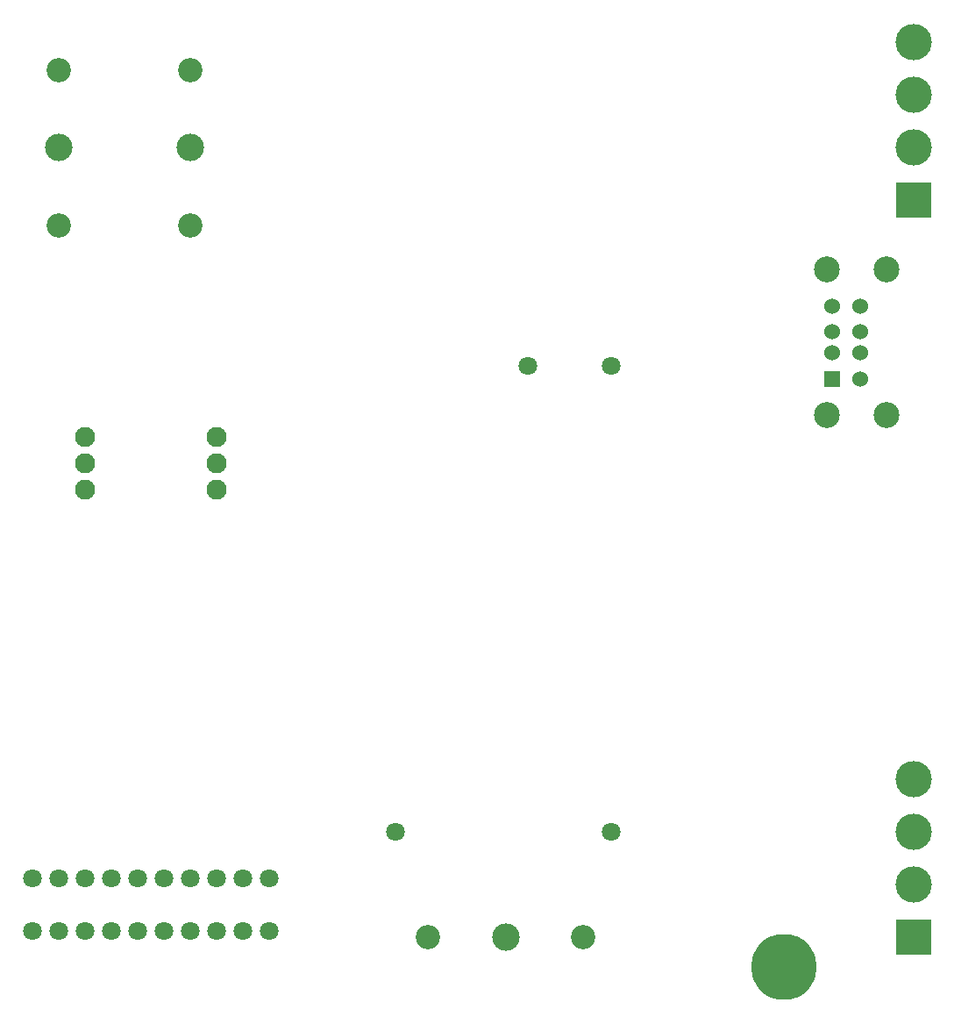
<source format=gbr>
%TF.GenerationSoftware,KiCad,Pcbnew,8.0.6-8.0.6-0~ubuntu24.04.1*%
%TF.CreationDate,2024-12-11T16:39:26+03:00*%
%TF.ProjectId,PM-PS,504d2d50-532e-46b6-9963-61645f706362,rev?*%
%TF.SameCoordinates,Original*%
%TF.FileFunction,Soldermask,Bot*%
%TF.FilePolarity,Negative*%
%FSLAX46Y46*%
G04 Gerber Fmt 4.6, Leading zero omitted, Abs format (unit mm)*
G04 Created by KiCad (PCBNEW 8.0.6-8.0.6-0~ubuntu24.04.1) date 2024-12-11 16:39:26*
%MOMM*%
%LPD*%
G01*
G04 APERTURE LIST*
%ADD10C,1.800000*%
%ADD11C,1.950000*%
%ADD12R,3.500000X3.500000*%
%ADD13C,3.500000*%
%ADD14C,1.803400*%
%ADD15C,2.650000*%
%ADD16C,2.350000*%
%ADD17C,2.500000*%
%ADD18R,1.524000X1.524000*%
%ADD19C,1.524000*%
%ADD20O,6.350000X6.350000*%
G04 APERTURE END LIST*
D10*
%TO.C,XG1*%
X-40640000Y-37465000D03*
X-40640000Y-42545000D03*
X-38100000Y-37465000D03*
X-38100000Y-42545000D03*
X-35560000Y-37465000D03*
X-33020000Y-37465000D03*
X-30480000Y-37465000D03*
X-30480000Y-42545000D03*
X-27940000Y-37465000D03*
X-27940000Y-42545000D03*
X-25400000Y-37465000D03*
X-25400000Y-42545000D03*
X-22860000Y-37465000D03*
X-20320000Y-37465000D03*
X-17780000Y-37465000D03*
X-17780000Y-42545000D03*
X-35560000Y-42545000D03*
X-33020000Y-42545000D03*
X-22860000Y-42545000D03*
X-20320000Y-42545000D03*
%TD*%
D11*
%TO.C,J8*%
X-22860000Y5080000D03*
X-22860000Y2540000D03*
X-22860000Y0D03*
%TD*%
D12*
%TO.C,J2*%
X44450000Y27940000D03*
D13*
X44450000Y33020000D03*
X44450000Y38100000D03*
X44450000Y43180000D03*
%TD*%
D14*
%TO.C,U1*%
X15240000Y11980000D03*
X7240001Y11980000D03*
X-5559999Y-33020012D03*
X15240000Y-33020012D03*
%TD*%
D12*
%TO.C,J1*%
X44450000Y-43180000D03*
D13*
X44450000Y-38100000D03*
X44450000Y-33020000D03*
X44450000Y-27940000D03*
%TD*%
D15*
%TO.C,U6*%
X-25400000Y33020000D03*
D16*
X-25400000Y40520000D03*
X-25400000Y25520000D03*
%TD*%
D15*
%TO.C,U4*%
X5080000Y-43180000D03*
D16*
X12580000Y-43180000D03*
X-2420000Y-43180000D03*
%TD*%
D17*
%TO.C,J11*%
X36072500Y7190000D03*
X41862500Y7190000D03*
X36072500Y21290000D03*
X41862500Y21290000D03*
D18*
X36642500Y10740000D03*
D19*
X36642500Y13240000D03*
X36642500Y15240000D03*
X36642500Y17740000D03*
X39342500Y10740000D03*
X39342500Y13240000D03*
X39342500Y15240000D03*
X39342500Y17740000D03*
%TD*%
D15*
%TO.C,U2*%
X-38100000Y33020000D03*
D16*
X-38100000Y40520000D03*
X-38100000Y25520000D03*
%TD*%
D20*
%TO.C,PE1*%
X32000000Y-46000000D03*
%TD*%
D11*
%TO.C,J4*%
X-35560000Y5080000D03*
X-35560000Y2540000D03*
X-35560000Y0D03*
%TD*%
M02*

</source>
